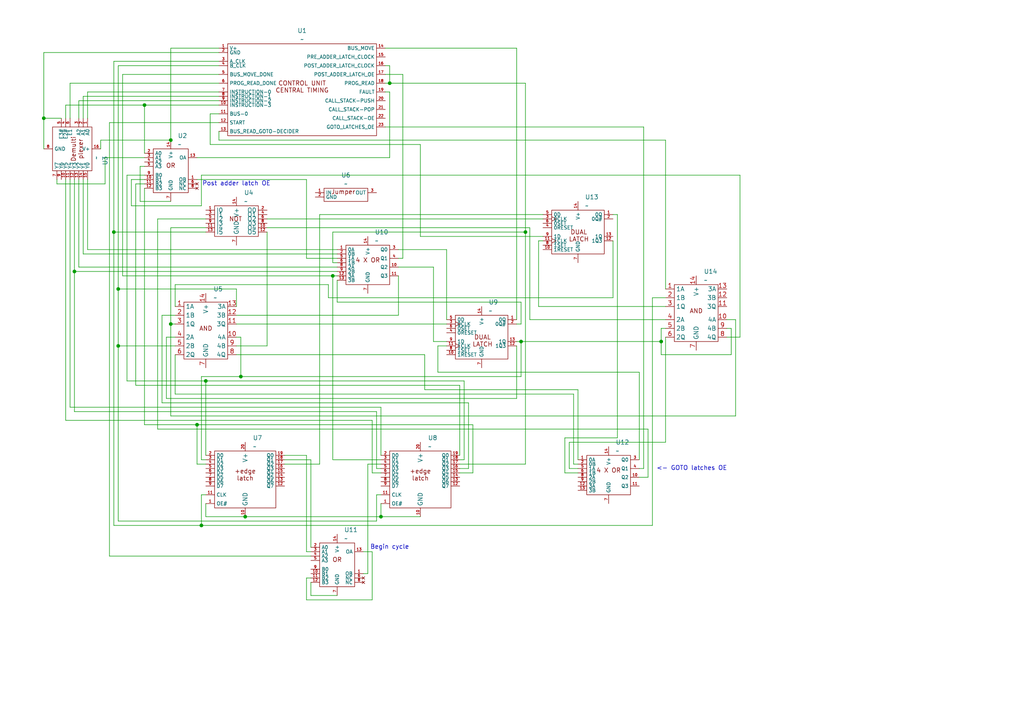
<source format=kicad_sch>
(kicad_sch (version 20231120) (generator "eeschema") (generator_version "8.0")
  (paper "A4")
  (lib_symbols
    (symbol "custom_symbol_lib:3_to_8_demultiplexer"
      (property "Reference" "U" (at 1.27 -1.016 0))
      (symbol "3_to_8_demultiplexer_1_1"
        (rectangle (start -6.35 6.35) (end 6.35 -5.08))
        (text "Demulti\nplexer" (at 0 2.032 0) (effects (font (size 1.27 1.27))))
        (pin input line (at -8.89 5.08 0) (length 2.54) (name "A0") (number "1"))
        (pin input line (at 8.89 -1.27 180) (length 2.54) (name "Y5") (number "10"))
        (pin input line (at 8.89 0 180) (length 2.54) (name "Y4") (number "11"))
        (pin input line (at 8.89 1.27 180) (length 2.54) (name "Y3") (number "12"))
        (pin input line (at 8.89 2.54 180) (length 2.54) (name "Y2") (number "13"))
        (pin input line (at 8.89 3.81 180) (length 2.54) (name "Y1") (number "14"))
        (pin input line (at 8.89 5.08 180) (length 2.54) (name "Y0") (number "15"))
        (pin power_in line (at 0 8.89 270) (length 2.54) (name "V+") (number "16"))
        (pin input line (at -8.89 3.81 0) (length 2.54) (name "A1") (number "2"))
        (pin input line (at -8.89 2.54 0) (length 2.54) (name "A2") (number "3"))
        (pin input line (at -8.89 -1.27 0) (length 2.54) (name "E2#") (number "4"))
        (pin input line (at -8.89 -2.54 0) (length 2.54) (name "E3#") (number "5"))
        (pin input line (at -8.89 0 0) (length 2.54) (name "E1") (number "6"))
        (pin input line (at 8.89 -3.81 180) (length 2.54) (name "Y7") (number "7"))
        (pin power_in line (at 0 -7.62 90) (length 2.54) (name "GND") (number "8"))
        (pin input line (at 8.89 -2.54 180) (length 2.54) (name "Y6") (number "9"))
      )
    )
    (symbol "custom_symbol_lib:6xNOT"
      (property "Reference" "U" (at -2.032 -1.016 0))
      (symbol "6xNOT_0_1"
        (rectangle (start -6.35 5.08) (end 6.35 -3.81))
      )
      (symbol "6xNOT_1_1"
        (text "NOT" (at -0.254 1.27 0) (effects (font (size 1.27 1.27))))
        (pin input line (at -8.89 3.81 0) (length 2.54) (name "I0") (number "1"))
        (pin output line (at 8.89 -1.27 180) (length 2.54) (name "O4") (number "10"))
        (pin input line (at -8.89 -1.27 0) (length 2.54) (name "I4") (number "11"))
        (pin output line (at 8.89 -2.54 180) (length 2.54) (name "O5") (number "12"))
        (pin input line (at -8.89 -2.54 0) (length 2.54) (name "I5") (number "13"))
        (pin power_in line (at 0 7.62 270) (length 2.54) (name "V+") (number "14"))
        (pin output line (at 8.89 3.81 180) (length 2.54) (name "O0") (number "2"))
        (pin input line (at -8.89 2.54 0) (length 2.54) (name "I1") (number "3"))
        (pin output line (at 8.89 2.54 180) (length 2.54) (name "O1") (number "4"))
        (pin input line (at -8.89 1.27 0) (length 2.54) (name "I2") (number "5"))
        (pin output line (at 8.89 1.27 180) (length 2.54) (name "O2") (number "6"))
        (pin power_in line (at 0 -6.35 90) (length 2.54) (name "GND") (number "7"))
        (pin output line (at 8.89 0 180) (length 2.54) (name "03") (number "8"))
        (pin input line (at -8.89 0 0) (length 2.54) (name "I3") (number "9"))
      )
    )
    (symbol "custom_symbol_lib:control_unit_central_timing_interface"
      (property "Reference" "U" (at 0 16.51 0))
      (symbol "control_unit_central_timing_interface_0_1"
        (rectangle (start -21.59 34.29) (end 21.59 7.62))
      )
      (symbol "control_unit_central_timing_interface_1_1"
        (text "CONTROL UNIT\nCENTRAL TIMING" (at 0 21.844 0) (effects (font (size 1.27 1.27))))
        (pin bidirectional line (at -24.13 33.02 0) (length 2.54) (name "V+") (number "1"))
        (pin bidirectional line (at -24.13 16.51 0) (length 2.54) (name "INSTRUCTION-3") (number "10"))
        (pin bidirectional line (at -24.13 13.97 0) (length 2.54) (name "BUS-0") (number "11"))
        (pin bidirectional line (at -24.13 11.43 0) (length 2.54) (name "START") (number "12"))
        (pin bidirectional line (at -24.13 8.89 0) (length 2.54) (name "BUS_READ_GOTO-DECIDER") (number "13"))
        (pin bidirectional line (at 24.13 33.02 180) (length 2.54) (name "BUS_MOVE") (number "14"))
        (pin bidirectional line (at 24.13 30.48 180) (length 2.54) (name "PRE_ADDER_LATCH_CLOCK") (number "15"))
        (pin bidirectional line (at 24.13 27.94 180) (length 2.54) (name "POST_ADDER_LATCH_CLOCK") (number "16"))
        (pin bidirectional line (at 24.13 25.4 180) (length 2.54) (name "POST_ADDER_LATCH_OE") (number "17"))
        (pin bidirectional line (at 24.13 22.86 180) (length 2.54) (name "PROG_READ") (number "18"))
        (pin bidirectional line (at 24.13 20.32 180) (length 2.54) (name "FAULT") (number "19"))
        (pin bidirectional line (at -24.13 31.75 0) (length 2.54) (name "GND") (number "2"))
        (pin bidirectional line (at 24.13 17.78 180) (length 2.54) (name "CALL_STACK-PUSH") (number "20"))
        (pin bidirectional line (at 24.13 15.24 180) (length 2.54) (name "CALL_STACK-POP") (number "21"))
        (pin bidirectional line (at 24.13 12.7 180) (length 2.54) (name "CALL_STACK-OE") (number "22"))
        (pin bidirectional line (at 24.13 10.16 180) (length 2.54) (name "GOTO_LATCHES_OE") (number "23"))
        (pin bidirectional line (at -24.13 29.21 0) (length 2.54) (name "A_CLK") (number "3"))
        (pin bidirectional line (at -24.13 27.94 0) (length 2.54) (name "B_CLK") (number "4"))
        (pin bidirectional line (at -24.13 25.4 0) (length 2.54) (name "BUS_MOVE_DONE") (number "5"))
        (pin bidirectional line (at -24.13 22.86 0) (length 2.54) (name "PROG_READ_DONE") (number "6"))
        (pin bidirectional line (at -24.13 20.32 0) (length 2.54) (name "INSTRUCTION-0") (number "7"))
        (pin bidirectional line (at -24.13 19.05 0) (length 2.54) (name "INSTRUCTION-1") (number "8"))
        (pin bidirectional line (at -24.13 17.78 0) (length 2.54) (name "INSTRUCTION-2") (number "9"))
      )
    )
    (symbol "custom_symbol_lib:dual_4_input_OR"
      (property "Reference" "U" (at -0.254 -0.762 0))
      (symbol "dual_4_input_OR_1_1"
        (rectangle (start -5.08 6.35) (end 5.08 -6.35))
        (text "OR" (at 0 1.524 0) (effects (font (size 1.27 1.27))))
        (pin output line (at 7.62 -2.54 180) (length 2.54) (name "OB") (number "1"))
        (pin input line (at -7.62 -2.54 0) (length 2.54) (name "B1") (number "10"))
        (pin input line (at -7.62 -3.81 0) (length 2.54) (name "B2") (number "11"))
        (pin input line (at -7.62 -5.08 0) (length 2.54) (name "B3") (number "12"))
        (pin output line (at 7.62 3.81 180) (length 2.54) (name "OA") (number "13"))
        (pin power_in line (at 0 8.89 270) (length 2.54) (name "V+") (number "14"))
        (pin input line (at -7.62 5.08 0) (length 2.54) (name "A0") (number "2"))
        (pin input line (at -7.62 3.81 0) (length 2.54) (name "A1") (number "3"))
        (pin input line (at -7.62 2.54 0) (length 2.54) (name "A2") (number "4"))
        (pin input line (at -7.62 1.27 0) (length 2.54) (name "A3") (number "5"))
        (pin no_connect line (at 7.62 -3.81 180) (length 2.54) (name "NC") (number "6"))
        (pin power_in line (at 0 -8.89 90) (length 2.54) (name "GND") (number "7"))
        (pin no_connect line (at 7.62 -5.08 180) (length 2.54) (name "NC") (number "8"))
        (pin input line (at -7.62 -1.27 0) (length 2.54) (name "B0") (number "9"))
      )
    )
    (symbol "custom_symbol_lib:dual_latch"
      (property "Reference" "U" (at 4.572 -5.08 0))
      (symbol "dual_latch_0_1"
        (rectangle (start -7.62 6.35) (end 7.62 -6.35))
      )
      (symbol "dual_latch_1_1"
        (text "DUAL\nLATCH" (at 0.254 -1.016 0) (effects (font (size 1.27 1.27))))
        (pin output line (at 10.16 5.08 180) (length 2.54) (name "0Q") (number "1"))
        (pin input line (at -10.16 -5.08 0) (length 2.54) (name "1RESET") (number "10"))
        (pin input clock (at -10.16 -2.54 0) (length 2.54) (name "1CLK") (number "11"))
        (pin output line (at 10.16 -2.54 180) (length 2.54) (name "1Q3") (number "12"))
        (pin output line (at 10.16 -1.27 180) (length 2.54) (name "1Q") (number "13"))
        (pin power_in line (at 0 8.89 270) (length 2.54) (name "V+") (number "14"))
        (pin output line (at 10.16 3.81 180) (length 2.54) (name "0Q#") (number "2"))
        (pin input clock (at -10.16 3.81 0) (length 2.54) (name "0CLK") (number "3"))
        (pin input line (at -10.16 1.27 0) (length 2.54) (name "0RESET") (number "4"))
        (pin input line (at -10.16 5.08 0) (length 2.54) (name "0D") (number "5"))
        (pin input line (at -10.16 2.54 0) (length 2.54) (name "0SET") (number "6"))
        (pin power_in line (at 0 -8.89 90) (length 2.54) (name "GND") (number "7"))
        (pin input line (at -10.16 -3.81 0) (length 2.54) (name "1SET") (number "8"))
        (pin input line (at -10.16 -1.27 0) (length 2.54) (name "1D") (number "9"))
      )
    )
    (symbol "custom_symbol_lib:jumper"
      (property "Reference" "U" (at -1.016 -1.524 0))
      (symbol "jumper_1_1"
        (rectangle (start -6.35 1.27) (end 6.35 -2.54))
        (text "Jumper" (at -0.762 0.254 0) (effects (font (size 1.27 1.27))))
        (pin input line (at -8.89 0 0) (length 2.54) (name "IN") (number "1"))
        (pin power_in line (at -8.89 -1.27 0) (length 2.54) (name "GND") (number "2"))
        (pin output line (at 8.89 0 180) (length 2.54) (name "OUT") (number "3"))
      )
    )
    (symbol "custom_symbol_lib:quad_OR"
      (property "Reference" "U" (at 0 0 0))
      (symbol "quad_OR_0_1"
        (rectangle (start -6.35 6.35) (end 6.35 -5.08))
      )
      (symbol "quad_OR_1_1"
        (text "4 X OR" (at 0 2.032 0) (effects (font (size 1.27 1.27))))
        (pin input line (at -8.89 5.08 0) (length 2.54) (name "0A") (number "1"))
        (pin output line (at 8.89 0 180) (length 2.54) (name "Q2") (number "10"))
        (pin output line (at 8.89 -2.54 180) (length 2.54) (name "Q3") (number "11"))
        (pin input line (at -8.89 -2.54 0) (length 2.54) (name "3A") (number "12"))
        (pin input line (at -8.89 -3.81 0) (length 2.54) (name "3B") (number "13"))
        (pin power_in line (at 0 8.89 270) (length 2.54) (name "V+") (number "14"))
        (pin input line (at -8.89 3.81 0) (length 2.54) (name "0B") (number "2"))
        (pin output line (at 8.89 5.08 180) (length 2.54) (name "Q0") (number "3"))
        (pin output line (at 8.89 2.54 180) (length 2.54) (name "Q1") (number "4"))
        (pin input line (at -8.89 2.54 0) (length 2.54) (name "1A") (number "5"))
        (pin input line (at -8.89 1.27 0) (length 2.54) (name "1B") (number "6"))
        (pin power_in line (at 0 -7.62 90) (length 2.54) (name "GND") (number "7"))
        (pin input line (at -8.89 0 0) (length 2.54) (name "2A") (number "8"))
        (pin input line (at -8.89 -1.27 0) (length 2.54) (name "2B") (number "9"))
      )
    )
    (symbol "custom_symbol_lib:quad_and"
      (property "Reference" "U" (at 0 -1.524 0))
      (symbol "quad_and_0_1"
        (rectangle (start -6.35 8.89) (end 6.35 -7.62))
      )
      (symbol "quad_and_1_1"
        (text "AND" (at 0 1.27 0) (effects (font (size 1.27 1.27))))
        (pin input line (at -8.89 7.62 0) (length 2.54) (name "1A") (number "1"))
        (pin input line (at 8.89 -1.27 180) (length 2.54) (name "4A") (number "10"))
        (pin output line (at 8.89 2.54 180) (length 2.54) (name "3Q") (number "11"))
        (pin input line (at 8.89 5.08 180) (length 2.54) (name "3B") (number "12"))
        (pin input line (at 8.89 7.62 180) (length 2.54) (name "3A") (number "13"))
        (pin power_in line (at 0 11.43 270) (length 2.54) (name "V+") (number "14"))
        (pin input line (at -8.89 5.08 0) (length 2.54) (name "1B") (number "2"))
        (pin output line (at -8.89 2.54 0) (length 2.54) (name "1Q") (number "3"))
        (pin input line (at -8.89 -1.27 0) (length 2.54) (name "2A") (number "4"))
        (pin input line (at -8.89 -3.81 0) (length 2.54) (name "2B") (number "5"))
        (pin output line (at -8.89 -6.35 0) (length 2.54) (name "2Q") (number "6"))
        (pin power_in line (at 0 -10.16 90) (length 2.54) (name "GND") (number "7"))
        (pin output line (at 8.89 -6.35 180) (length 2.54) (name "4Q") (number "8"))
        (pin input line (at 8.89 -3.81 180) (length 2.54) (name "4B") (number "9"))
      )
    )
    (symbol "custom_symbol_lib:rising_edge_8_bit_latch"
      (property "Reference" "U" (at 0 -1.016 0))
      (symbol "rising_edge_8_bit_latch_0_1"
        (rectangle (start -8.89 8.89) (end 8.89 -7.62))
      )
      (symbol "rising_edge_8_bit_latch_1_1"
        (text "+edge\nlatch" (at 0 2.032 0) (effects (font (size 1.27 1.27))))
        (pin input line (at -11.43 -6.35 0) (length 2.54) (name "OE#") (number "1"))
        (pin power_in line (at 0 -10.16 90) (length 2.54) (name "GND") (number "10"))
        (pin input line (at -11.43 -3.81 0) (length 2.54) (name "CLK") (number "11"))
        (pin output line (at 11.43 -1.27 180) (length 2.54) (name "Q7") (number "12"))
        (pin output line (at 11.43 0 180) (length 2.54) (name "Q6") (number "13"))
        (pin output line (at 11.43 1.27 180) (length 2.54) (name "Q5") (number "14"))
        (pin output line (at 11.43 2.54 180) (length 2.54) (name "Q4") (number "15"))
        (pin output line (at 11.43 3.81 180) (length 2.54) (name "Q3") (number "16"))
        (pin output line (at 11.43 5.08 180) (length 2.54) (name "Q2") (number "17"))
        (pin output line (at 11.43 6.35 180) (length 2.54) (name "Q1") (number "18"))
        (pin output line (at 11.43 7.62 180) (length 2.54) (name "Q0") (number "19"))
        (pin input line (at -11.43 7.62 0) (length 2.54) (name "D0") (number "2"))
        (pin power_in line (at 0 11.43 270) (length 2.54) (name "V+") (number "20"))
        (pin input line (at -11.43 6.35 0) (length 2.54) (name "D1") (number "3"))
        (pin input line (at -11.43 5.08 0) (length 2.54) (name "D2") (number "4"))
        (pin input line (at -11.43 3.81 0) (length 2.54) (name "D3") (number "5"))
        (pin input line (at -11.43 2.54 0) (length 2.54) (name "D4") (number "6"))
        (pin input line (at -11.43 1.27 0) (length 2.54) (name "D5") (number "7"))
        (pin input line (at -11.43 0 0) (length 2.54) (name "D6") (number "8"))
        (pin input line (at -11.43 -1.27 0) (length 2.54) (name "D7") (number "9"))
      )
    )
  )
  (junction (at 96.52 80.01))
  (junction (at 151.13 99.06))
  (junction (at 12.7 34.29))
  (junction (at 57.15 123.19))
  (junction (at 113.03 24.13))
  (junction (at 58.42 152.4))
  (junction (at 34.29 83.82))
  (junction (at 41.91 30.48))
  (junction (at 59.69 110.49))
  (junction (at 71.12 149.86))
  (junction (at 49.53 40.64))
  (junction (at 33.02 67.31))
  (junction (at 21.59 78.74))
  (junction (at 191.77 99.06))
  (junction (at 69.85 109.22))
  (junction (at 152.4 67.31))
  (junction (at 34.29 100.33))
  (junction (at 49.53 93.98))
  (junction (at 110.49 149.86))
  (wire (pts (xy 21.59 78.74) (xy 21.59 119.38)))
  (wire (pts (xy 36.83 110.49) (xy 36.83 50.8)))
  (wire (pts (xy 96.52 133.35) (xy 110.49 133.35)))
  (wire (pts (xy 107.95 137.16) (xy 107.95 121.92)))
  (wire (pts (xy 111.76 21.59) (xy 116.84 21.59)))
  (wire (pts (xy 38.1 59.69) (xy 58.42 59.69)))
  (wire (pts (xy 25.4 52.07) (xy 25.4 72.39)))
  (wire (pts (xy 90.17 160.02) (xy 88.9 160.02)))
  (wire (pts (xy 50.8 114.3) (xy 166.37 114.3)))
  (wire (pts (xy 179.07 62.23) (xy 179.07 127)))
  (wire (pts (xy 57.15 123.19) (xy 41.91 123.19)))
  (wire (pts (xy 57.15 45.72) (xy 113.03 45.72)))
  (wire (pts (xy 135.89 116.84) (xy 46.99 116.84)))
  (wire (pts (xy 193.04 40.64) (xy 193.04 83.82)))
  (wire (pts (xy 68.58 97.79) (xy 69.85 97.79)))
  (wire (pts (xy 111.76 13.97) (xy 149.86 13.97)))
  (wire (pts (xy 63.5 35.56) (xy 31.75 35.56)))
  (wire (pts (xy 123.19 102.87) (xy 123.19 113.03)))
  (wire (pts (xy 88.9 173.99) (xy 88.9 167.64)))
  (wire (pts (xy 41.91 123.19) (xy 41.91 54.61)))
  (wire (pts (xy 59.69 149.86) (xy 59.69 146.05)))
  (wire (pts (xy 212.09 102.87) (xy 191.77 102.87)))
  (wire (pts (xy 33.02 17.78) (xy 33.02 67.31)))
  (wire (pts (xy 41.91 52.07) (xy 38.1 52.07)))
  (wire (pts (xy 106.68 166.37) (xy 106.68 134.62)))
  (wire (pts (xy 77.47 67.31) (xy 77.47 100.33)))
  (wire (pts (xy 77.47 66.04) (xy 153.67 66.04)))
  (wire (pts (xy 210.82 95.25) (xy 212.09 95.25)))
  (wire (pts (xy 57.15 134.62) (xy 57.15 123.19)))
  (wire (pts (xy 110.49 146.05) (xy 110.49 149.86)))
  (wire (pts (xy 58.42 59.69) (xy 58.42 50.8)))
  (wire (pts (xy 97.79 76.2) (xy 96.52 76.2)))
  (wire (pts (xy 127 107.95) (xy 185.42 107.95)))
  (wire (pts (xy 77.47 100.33) (xy 68.58 100.33)))
  (wire (pts (xy 58.42 143.51) (xy 58.42 152.4)))
  (wire (pts (xy 113.03 45.72) (xy 113.03 26.67)))
  (wire (pts (xy 41.91 30.48) (xy 41.91 44.45)))
  (wire (pts (xy 109.22 135.89) (xy 110.49 135.89)))
  (wire (pts (xy 167.64 113.03) (xy 167.64 133.35)))
  (wire (pts (xy 152.4 134.62) (xy 133.35 134.62)))
  (wire (pts (xy 152.4 24.13) (xy 152.4 67.31)))
  (wire (pts (xy 193.04 128.27) (xy 165.1 128.27)))
  (wire (pts (xy 63.5 40.64) (xy 193.04 40.64)))
  (wire (pts (xy 133.35 133.35) (xy 134.62 133.35)))
  (wire (pts (xy 45.72 63.5) (xy 45.72 124.46)))
  (wire (pts (xy 149.86 115.57) (xy 149.86 100.33)))
  (wire (pts (xy 133.35 111.76) (xy 39.37 111.76)))
  (wire (pts (xy 90.17 172.72) (xy 97.79 172.72)))
  (wire (pts (xy 40.64 58.42) (xy 49.53 58.42)))
  (wire (pts (xy 57.15 52.07) (xy 88.9 52.07)))
  (wire (pts (xy 193.04 88.9) (xy 156.21 88.9)))
  (wire (pts (xy 151.13 99.06) (xy 191.77 99.06)))
  (wire (pts (xy 110.49 137.16) (xy 107.95 137.16)))
  (wire (pts (xy 48.26 97.79) (xy 48.26 115.57)))
  (wire (pts (xy 49.53 93.98) (xy 49.53 120.65)))
  (wire (pts (xy 186.69 36.83) (xy 111.76 36.83)))
  (wire (pts (xy 151.13 87.63) (xy 97.79 87.63)))
  (wire (pts (xy 49.53 120.65) (xy 213.36 120.65)))
  (wire (pts (xy 77.47 63.5) (xy 157.48 63.5)))
  (wire (pts (xy 12.7 34.29) (xy 12.7 43.18)))
  (wire (pts (xy 153.67 66.04) (xy 153.67 92.71)))
  (wire (pts (xy 97.79 87.63) (xy 97.79 81.28)))
  (wire (pts (xy 45.72 124.46) (xy 187.96 124.46)))
  (wire (pts (xy 20.32 118.11) (xy 110.49 118.11)))
  (wire (pts (xy 46.99 116.84) (xy 46.99 91.44)))
  (wire (pts (xy 34.29 83.82) (xy 34.29 100.33)))
  (wire (pts (xy 105.41 166.37) (xy 106.68 166.37)))
  (wire (pts (xy 30.48 45.72) (xy 41.91 45.72)))
  (wire (pts (xy 133.35 135.89) (xy 135.89 135.89)))
  (wire (pts (xy 50.8 82.55) (xy 95.25 82.55)))
  (wire (pts (xy 34.29 100.33) (xy 34.29 151.13)))
  (wire (pts (xy 153.67 92.71) (xy 193.04 92.71)))
  (wire (pts (xy 127 100.33) (xy 127 107.95)))
  (wire (pts (xy 189.23 152.4) (xy 189.23 86.36)))
  (wire (pts (xy 214.63 97.79) (xy 210.82 97.79)))
  (wire (pts (xy 59.69 63.5) (xy 45.72 63.5)))
  (wire (pts (xy 68.58 88.9) (xy 68.58 83.82)))
  (wire (pts (xy 96.52 80.01) (xy 96.52 133.35)))
  (wire (pts (xy 34.29 83.82) (xy 68.58 83.82)))
  (wire (pts (xy 97.79 73.66) (xy 24.13 73.66)))
  (wire (pts (xy 191.77 95.25) (xy 193.04 95.25)))
  (wire (pts (xy 191.77 99.06) (xy 191.77 95.25)))
  (wire (pts (xy 59.69 110.49) (xy 36.83 110.49)))
  (wire (pts (xy 21.59 52.07) (xy 21.59 78.74)))
  (wire (pts (xy 151.13 109.22) (xy 151.13 99.06)))
  (wire (pts (xy 151.13 93.98) (xy 151.13 87.63)))
  (wire (pts (xy 29.21 40.64) (xy 29.21 43.18)))
  (wire (pts (xy 105.41 160.02) (xy 107.95 160.02)))
  (wire (pts (xy 163.83 127) (xy 163.83 137.16)))
  (wire (pts (xy 24.13 27.94) (xy 63.5 27.94)))
  (wire (pts (xy 165.1 128.27) (xy 165.1 135.89)))
  (wire (pts (xy 96.52 80.01) (xy 97.79 80.01)))
  (wire (pts (xy 50.8 93.98) (xy 49.53 93.98)))
  (wire (pts (xy 133.35 132.08) (xy 133.35 111.76)))
  (wire (pts (xy 69.85 109.22) (xy 58.42 109.22)))
  (wire (pts (xy 35.56 80.01) (xy 96.52 80.01)))
  (wire (pts (xy 185.42 107.95) (xy 185.42 133.35)))
  (wire (pts (xy 134.62 133.35) (xy 134.62 110.49)))
  (wire (pts (xy 63.5 19.05) (xy 34.29 19.05)))
  (wire (pts (xy 137.16 123.19) (xy 57.15 123.19)))
  (wire (pts (xy 63.5 21.59) (xy 35.56 21.59)))
  (wire (pts (xy 152.4 67.31) (xy 152.4 134.62)))
  (wire (pts (xy 22.86 29.21) (xy 63.5 29.21)))
  (wire (pts (xy 166.37 134.62) (xy 167.64 134.62)))
  (wire (pts (xy 177.8 62.23) (xy 179.07 62.23)))
  (wire (pts (xy 166.37 114.3) (xy 166.37 134.62)))
  (wire (pts (xy 110.49 118.11) (xy 110.49 132.08)))
  (wire (pts (xy 88.9 167.64) (xy 90.17 167.64)))
  (wire (pts (xy 60.96 41.91) (xy 60.96 33.02)))
  (wire (pts (xy 22.86 34.29) (xy 22.86 29.21)))
  (wire (pts (xy 125.73 77.47) (xy 115.57 77.47)))
  (wire (pts (xy 109.22 143.51) (xy 110.49 143.51)))
  (wire (pts (xy 34.29 19.05) (xy 34.29 83.82)))
  (wire (pts (xy 213.36 120.65) (xy 213.36 92.71)))
  (wire (pts (xy 88.9 132.08) (xy 82.55 132.08)))
  (wire (pts (xy 49.53 93.98) (xy 49.53 66.04)))
  (wire (pts (xy 25.4 34.29) (xy 25.4 26.67)))
  (wire (pts (xy 50.8 97.79) (xy 48.26 97.79)))
  (wire (pts (xy 129.54 72.39) (xy 129.54 92.71)))
  (wire (pts (xy 50.8 88.9) (xy 50.8 82.55)))
  (wire (pts (xy 106.68 134.62) (xy 110.49 134.62)))
  (wire (pts (xy 129.54 99.06) (xy 125.73 99.06)))
  (wire (pts (xy 113.03 24.13) (xy 152.4 24.13)))
  (wire (pts (xy 110.49 149.86) (xy 121.92 149.86)))
  (wire (pts (xy 179.07 127) (xy 163.83 127)))
  (wire (pts (xy 116.84 21.59) (xy 116.84 74.93)))
  (wire (pts (xy 151.13 99.06) (xy 149.86 99.06)))
  (wire (pts (xy 163.83 137.16) (xy 167.64 137.16)))
  (wire (pts (xy 60.96 33.02) (xy 63.5 33.02)))
  (wire (pts (xy 41.91 48.26) (xy 40.64 48.26)))
  (wire (pts (xy 49.53 13.97) (xy 49.53 40.64)))
  (wire (pts (xy 58.42 143.51) (xy 59.69 143.51)))
  (wire (pts (xy 20.32 24.13) (xy 20.32 34.29)))
  (wire (pts (xy 19.05 121.92) (xy 19.05 52.07)))
  (wire (pts (xy 59.69 110.49) (xy 59.69 132.08)))
  (wire (pts (xy 82.55 134.62) (xy 92.71 134.62)))
  (wire (pts (xy 41.91 30.48) (xy 63.5 30.48)))
  (wire (pts (xy 25.4 26.67) (xy 63.5 26.67)))
  (wire (pts (xy 113.03 24.13) (xy 113.03 19.05)))
  (wire (pts (xy 149.86 93.98) (xy 151.13 93.98)))
  (wire (pts (xy 157.48 62.23) (xy 92.71 62.23)))
  (wire (pts (xy 59.69 134.62) (xy 57.15 134.62)))
  (wire (pts (xy 129.54 93.98) (xy 68.58 93.98)))
  (wire (pts (xy 121.92 68.58) (xy 121.92 41.91)))
  (wire (pts (xy 123.19 113.03) (xy 167.64 113.03)))
  (wire (pts (xy 187.96 138.43) (xy 185.42 138.43)))
  (wire (pts (xy 21.59 119.38) (xy 109.22 119.38)))
  (wire (pts (xy 121.92 41.91) (xy 60.96 41.91)))
  (wire (pts (xy 107.95 173.99) (xy 88.9 173.99)))
  (wire (pts (xy 29.21 40.64) (xy 49.53 40.64)))
  (wire (pts (xy 48.26 115.57) (xy 149.86 115.57)))
  (wire (pts (xy 107.95 160.02) (xy 107.95 173.99)))
  (wire (pts (xy 12.7 34.29) (xy 17.78 34.29)))
  (wire (pts (xy 129.54 100.33) (xy 127 100.33)))
  (wire (pts (xy 135.89 135.89) (xy 135.89 116.84)))
  (wire (pts (xy 58.42 152.4) (xy 189.23 152.4)))
  (wire (pts (xy 31.75 35.56) (xy 31.75 161.29)))
  (wire (pts (xy 191.77 102.87) (xy 191.77 99.06)))
  (wire (pts (xy 115.57 72.39) (xy 129.54 72.39)))
  (wire (pts (xy 63.5 38.1) (xy 63.5 40.64)))
  (wire (pts (xy 24.13 34.29) (xy 24.13 27.94)))
  (wire (pts (xy 82.55 133.35) (xy 90.17 133.35)))
  (wire (pts (xy 133.35 137.16) (xy 137.16 137.16)))
  (wire (pts (xy 189.23 86.36) (xy 193.04 86.36)))
  (wire (pts (xy 116.84 74.93) (xy 115.57 74.93)))
  (wire (pts (xy 115.57 80.01) (xy 115.57 91.44)))
  (wire (pts (xy 97.79 77.47) (xy 22.86 77.47)))
  (wire (pts (xy 19.05 34.29) (xy 19.05 30.48)))
  (wire (pts (xy 134.62 110.49) (xy 59.69 110.49)))
  (wire (pts (xy 90.17 133.35) (xy 90.17 158.75)))
  (wire (pts (xy 24.13 73.66) (xy 24.13 52.07)))
  (wire (pts (xy 38.1 52.07) (xy 38.1 59.69)))
  (wire (pts (xy 31.75 161.29) (xy 90.17 161.29)))
  (wire (pts (xy 125.73 99.06) (xy 125.73 77.47)))
  (wire (pts (xy 113.03 19.05) (xy 111.76 19.05)))
  (wire (pts (xy 46.99 91.44) (xy 50.8 91.44)))
  (wire (pts (xy 16.51 52.07) (xy 16.51 53.34)))
  (wire (pts (xy 111.76 24.13) (xy 113.03 24.13)))
  (wire (pts (xy 33.02 67.31) (xy 59.69 67.31)))
  (wire (pts (xy 35.56 21.59) (xy 35.56 80.01)))
  (wire (pts (xy 58.42 50.8) (xy 214.63 50.8)))
  (wire (pts (xy 34.29 100.33) (xy 50.8 100.33)))
  (wire (pts (xy 177.8 86.36) (xy 177.8 69.85)))
  (wire (pts (xy 88.9 74.93) (xy 97.79 74.93)))
  (wire (pts (xy 19.05 30.48) (xy 41.91 30.48)))
  (wire (pts (xy 71.12 149.86) (xy 59.69 149.86)))
  (wire (pts (xy 69.85 97.79) (xy 69.85 109.22)))
  (wire (pts (xy 22.86 77.47) (xy 22.86 52.07)))
  (wire (pts (xy 156.21 88.9) (xy 156.21 69.85)))
  (wire (pts (xy 40.64 48.26) (xy 40.64 58.42)))
  (wire (pts (xy 137.16 137.16) (xy 137.16 123.19)))
  (wire (pts (xy 110.49 149.86) (xy 71.12 149.86)))
  (wire (pts (xy 187.96 124.46) (xy 187.96 138.43)))
  (wire (pts (xy 156.21 69.85) (xy 157.48 69.85)))
  (wire (pts (xy 58.42 133.35) (xy 59.69 133.35)))
  (wire (pts (xy 92.71 62.23) (xy 92.71 134.62)))
  (wire (pts (xy 49.53 13.97) (xy 63.5 13.97)))
  (wire (pts (xy 109.22 151.13) (xy 109.22 143.51)))
  (wire (pts (xy 49.53 66.04) (xy 59.69 66.04)))
  (wire (pts (xy 185.42 135.89) (xy 186.69 135.89)))
  (wire (pts (xy 149.86 13.97) (xy 149.86 92.71)))
  (wire (pts (xy 20.32 24.13) (xy 63.5 24.13)))
  (wire (pts (xy 90.17 168.91) (xy 90.17 172.72)))
  (wire (pts (xy 88.9 160.02) (xy 88.9 132.08)))
  (wire (pts (xy 113.03 26.67) (xy 111.76 26.67)))
  (wire (pts (xy 88.9 52.07) (xy 88.9 74.93)))
  (wire (pts (xy 165.1 135.89) (xy 167.64 135.89)))
  (wire (pts (xy 33.02 67.31) (xy 33.02 152.4)))
  (wire (pts (xy 25.4 72.39) (xy 97.79 72.39)))
  (wire (pts (xy 95.25 86.36) (xy 177.8 86.36)))
  (wire (pts (xy 193.04 97.79) (xy 193.04 128.27)))
  (wire (pts (xy 186.69 135.89) (xy 186.69 36.83)))
  (wire (pts (xy 212.09 95.25) (xy 212.09 102.87)))
  (wire (pts (xy 107.95 121.92) (xy 19.05 121.92)))
  (wire (pts (xy 39.37 111.76) (xy 39.37 53.34)))
  (wire (pts (xy 21.59 78.74) (xy 97.79 78.74)))
  (wire (pts (xy 39.37 53.34) (xy 41.91 53.34)))
  (wire (pts (xy 36.83 50.8) (xy 41.91 50.8)))
  (wire (pts (xy 96.52 67.31) (xy 152.4 67.31)))
  (wire (pts (xy 157.48 68.58) (xy 121.92 68.58)))
  (wire (pts (xy 30.48 53.34) (xy 30.48 45.72)))
  (wire (pts (xy 50.8 102.87) (xy 50.8 114.3)))
  (wire (pts (xy 213.36 92.71) (xy 210.82 92.71)))
  (wire (pts (xy 63.5 17.78) (xy 33.02 17.78)))
  (wire (pts (xy 109.22 119.38) (xy 109.22 135.89)))
  (wire (pts (xy 95.25 82.55) (xy 95.25 86.36)))
  (wire (pts (xy 16.51 53.34) (xy 30.48 53.34)))
  (wire (pts (xy 214.63 50.8) (xy 214.63 97.79)))
  (wire (pts (xy 69.85 109.22) (xy 151.13 109.22)))
  (wire (pts (xy 34.29 151.13) (xy 109.22 151.13)))
  (wire (pts (xy 33.02 152.4) (xy 58.42 152.4)))
  (wire (pts (xy 12.7 15.24) (xy 63.5 15.24)))
  (wire (pts (xy 12.7 15.24) (xy 12.7 34.29)))
  (wire (pts (xy 115.57 91.44) (xy 68.58 91.44)))
  (wire (pts (xy 58.42 109.22) (xy 58.42 133.35)))
  (wire (pts (xy 96.52 76.2) (xy 96.52 67.31)))
  (wire (pts (xy 68.58 102.87) (xy 123.19 102.87)))
  (wire (pts (xy 20.32 52.07) (xy 20.32 118.11)))
  (text "<- GOTO latches OE" (at 200.66 135.89 0) (effects (font (size 1.27 1.27))))
  (text "Begin cycle" (at 113.03 158.75 0) (effects (font (size 1.27 1.27))))
  (text "Post adder latch OE" (at 68.58 53.34 0) (effects (font (size 1.27 1.27))))
  (symbol (lib_id "custom_symbol_lib:dual_latch") (at 167.64 67.31 0) (unit 1)
    (property "Reference" "U13" (at 169.6594 57.15 0) (effects (justify left)))
    (property "Value" "~" (at 169.6594 59.69 0) (effects (justify left)))
    (property "Footprint" "Package_DIP:DIP-14_W7.62mm" (effects (hide yes)))
    (property "Datasheet" "https://www.ti.com/lit/ds/symlink/cd4013b.pdf?HQS=dis-dk-null-digikeymode-dsf-pf-null-wwe&ts=1717714412964&ref_url=https%253A%252F%252Fwww.ti.com%252Fgeneral%252Fdocs%252Fsuppproductinfo.tsp%253FdistId%253D10%2526gotoUrl%253Dhttps%253A%252F%252Fwww.ti.com%252Flit%252Fgpn%252Fcd4013b" (effects (hide yes)))
  )
  (symbol (lib_id "custom_symbol_lib:jumper") (at 100.33 55.88 0) (unit 1)
    (property "Reference" "U6" (at 100.33 50.8 0))
    (property "Value" "~" (at 100.33 53.34 0))
    (property "Footprint" "custom_footprint_library:jumper" (effects (hide yes)))
  )
  (symbol (lib_id "custom_symbol_lib:dual_latch") (at 139.7 97.79 0) (unit 1)
    (property "Reference" "U9" (at 141.7194 87.63 0) (effects (justify left)))
    (property "Value" "~" (at 141.7194 90.17 0) (effects (justify left)))
    (property "Footprint" "Package_DIP:DIP-14_W7.62mm" (effects (hide yes)))
    (property "Datasheet" "https://www.ti.com/lit/ds/symlink/cd4013b.pdf?HQS=dis-dk-null-digikeymode-dsf-pf-null-wwe&ts=1717714412964&ref_url=https%253A%252F%252Fwww.ti.com%252Fgeneral%252Fdocs%252Fsuppproductinfo.tsp%253FdistId%253D10%2526gotoUrl%253Dhttps%253A%252F%252Fwww.ti.com%252Flit%252Fgpn%252Fcd4013b" (effects (hide yes)))
  )
  (symbol (lib_id "custom_symbol_lib:rising_edge_8_bit_latch") (at 121.92 139.7 0) (unit 1)
    (property "Reference" "U8" (at 124.1141 127 0) (effects (justify left)))
    (property "Value" "~" (at 124.1141 129.54 0) (effects (justify left)))
    (property "Footprint" "Package_DIP:DIP-20_W7.62mm" (effects (hide yes)))
  )
  (symbol (lib_id "custom_symbol_lib:quad_OR") (at 176.53 138.43 0) (unit 1)
    (property "Reference" "U12" (at 178.5494 128.27 0) (effects (justify left)))
    (property "Value" "~" (at 178.5494 130.81 0) (effects (justify left)))
    (property "Footprint" "Package_DIP:DIP-14_W7.62mm" (effects (hide yes)))
  )
  (symbol (lib_id "custom_symbol_lib:quad_and") (at 59.69 96.52 0) (unit 1)
    (property "Reference" "U5" (at 61.8841 83.82 0) (effects (justify left)))
    (property "Value" "~" (at 61.8841 86.36 0) (effects (justify left)))
    (property "Footprint" "Package_DIP:DIP-14_W7.62mm" (effects (hide yes)))
  )
  (symbol (lib_id "custom_symbol_lib:rising_edge_8_bit_latch") (at 71.12 139.7 0) (unit 1)
    (property "Reference" "U7" (at 73.3141 127 0) (effects (justify left)))
    (property "Value" "~" (at 73.3141 129.54 0) (effects (justify left)))
    (property "Footprint" "Package_DIP:DIP-20_W7.62mm" (effects (hide yes)))
  )
  (symbol (lib_id "custom_symbol_lib:control_unit_central_timing_interface") (at 87.63 46.99 0) (unit 1)
    (property "Reference" "U1" (at 87.63 8.89 0))
    (property "Value" "~" (at 87.63 11.43 0))
    (property "Footprint" "Connector_PinHeader_2.54mm:PinHeader_1x23_P2.54mm_Horizontal" (effects (hide yes)))
  )
  (symbol (lib_id "custom_symbol_lib:3_to_8_demultiplexer") (at 20.32 43.18 270) (unit 1)
    (property "Reference" "U3" (at 30.48 45.1994 0) (effects (justify left)))
    (property "Value" "~" (at 27.94 45.1994 0) (effects (justify left)))
    (property "Footprint" "Package_DIP:DIP-16_W7.62mm" (effects (hide yes)))
    (property "Datasheet" "https://www.jameco.com/Jameco/Products/ProdDS/677003.pdf" (effects (hide yes)))
  )
  (symbol (lib_id "custom_symbol_lib:quad_OR") (at 106.68 77.47 0) (unit 1)
    (property "Reference" "U10" (at 108.6994 67.31 0) (effects (justify left)))
    (property "Value" "~" (at 108.6994 69.85 0) (effects (justify left)))
    (property "Footprint" "Package_DIP:DIP-14_W7.62mm" (effects (hide yes)))
  )
  (symbol (lib_id "custom_symbol_lib:dual_4_input_OR") (at 97.79 163.83 0) (unit 1)
    (property "Reference" "U11" (at 99.8094 153.67 0) (effects (justify left)))
    (property "Value" "~" (at 99.8094 156.21 0) (effects (justify left)))
    (property "Footprint" "Package_DIP:DIP-14_W7.62mm" (effects (hide yes)))
    (property "Datasheet" "https://www.jameco.com/Jameco/Products/ProdDS/676078-DS01.pdf" (effects (hide yes)))
  )
  (symbol (lib_id "custom_symbol_lib:quad_and") (at 201.93 91.44 0) (unit 1)
    (property "Reference" "U14" (at 204.1241 78.74 0) (effects (justify left)))
    (property "Value" "~" (at 204.1241 81.28 0) (effects (justify left)))
    (property "Footprint" "Package_DIP:DIP-14_W7.62mm" (effects (hide yes)))
  )
  (symbol (lib_id "custom_symbol_lib:6xNOT") (at 68.58 64.77 0) (unit 1)
    (property "Reference" "U4" (at 70.7741 55.88 0) (effects (justify left)))
    (property "Value" "~" (at 70.7741 58.42 0) (effects (justify left)))
    (property "Footprint" "Package_DIP:DIP-14_W7.62mm" (effects (hide yes)))
  )
  (symbol (lib_id "custom_symbol_lib:dual_4_input_OR") (at 49.53 49.53 0) (unit 1)
    (property "Reference" "U2" (at 51.5494 39.37 0) (effects (justify left)))
    (property "Value" "~" (at 51.5494 41.91 0) (effects (justify left)))
    (property "Footprint" "Package_DIP:DIP-14_W7.62mm" (effects (hide yes)))
    (property "Datasheet" "https://www.jameco.com/Jameco/Products/ProdDS/676078-DS01.pdf" (effects (hide yes)))
  )
)
</source>
